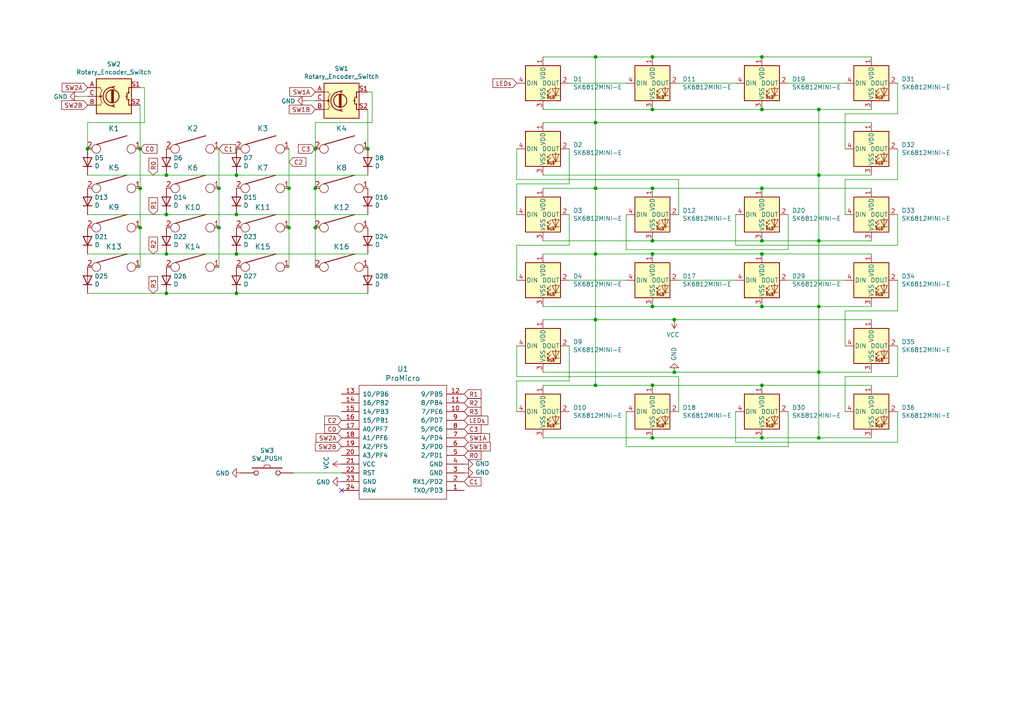
<source format=kicad_sch>
(kicad_sch (version 20230121) (generator eeschema)
  (paper "A4")
  (lib_symbols
    (symbol "Device:D" (pin_numbers hide) (pin_names (offset 1.016) hide)
      (property "Reference" "D" (at 0 2.54 0))
      (property "Value" "D" (at 0 -2.54 0))
      (symbol "D_0_1"
        (polyline (pts (xy -1.27 1.27) (xy -1.27 -1.27)) (stroke (width 0.254)))
        (polyline (pts (xy 1.27 0) (xy -1.27 0)))
        (polyline (pts (xy 1.27 1.27) (xy 1.27 -1.27) (xy -1.27 0) (xy 1.27 1.27)) (stroke (width 0.254)))
      )
      (symbol "D_1_1"
        (pin passive line (at -3.81 0 0) (length 2.54) (name "K") (number "1"))
        (pin passive line (at 3.81 0 180) (length 2.54) (name "A") (number "2"))
      )
    )
    (symbol "Device:Rotary_Encoder_Switch" (pin_names (offset 0.254) hide)
      (property "Reference" "SW" (at 0 6.604 0))
      (property "Value" "Device_Rotary_Encoder_Switch" (at 0 -6.604 0))
      (symbol "Rotary_Encoder_Switch_0_1"
        (rectangle (start -5.08 5.08) (end 5.08 -5.08) (stroke (width 0.254)) (fill (type background)))
        (circle (center -3.81 0) (radius 0.254) (fill (type outline)))
        (circle (center -0.381 0) (radius 1.905) (stroke (width 0.254)))
        (arc (start -0.381 2.667) (mid -3.0988 -0.0635) (end -0.381 -2.794) (stroke (width 0.254)))
        (polyline (pts (xy -0.635 -1.778) (xy -0.635 1.778)) (stroke (width 0.254)))
        (polyline (pts (xy -0.381 -1.778) (xy -0.381 1.778)) (stroke (width 0.254)))
        (polyline (pts (xy -0.127 1.778) (xy -0.127 -1.778)) (stroke (width 0.254)))
        (polyline (pts (xy 3.81 0) (xy 3.429 0)) (stroke (width 0.254)))
        (polyline (pts (xy 3.81 1.016) (xy 3.81 -1.016)) (stroke (width 0.254)))
        (polyline (pts (xy -5.08 -2.54) (xy -3.81 -2.54) (xy -3.81 -2.032)))
        (polyline (pts (xy -5.08 2.54) (xy -3.81 2.54) (xy -3.81 2.032)))
        (polyline (pts (xy 0.254 -3.048) (xy -0.508 -2.794) (xy 0.127 -2.413)) (stroke (width 0.254)))
        (polyline (pts (xy 0.254 2.921) (xy -0.508 2.667) (xy 0.127 2.286)) (stroke (width 0.254)))
        (polyline (pts (xy 5.08 -2.54) (xy 4.318 -2.54) (xy 4.318 -1.016)) (stroke (width 0.254)))
        (polyline (pts (xy 5.08 2.54) (xy 4.318 2.54) (xy 4.318 1.016)) (stroke (width 0.254)))
        (polyline (pts (xy -5.08 0) (xy -3.81 0) (xy -3.81 -1.016) (xy -3.302 -2.032)))
        (polyline (pts (xy -4.318 0) (xy -3.81 0) (xy -3.81 1.016) (xy -3.302 2.032)))
        (circle (center 4.318 -1.016) (radius 0.127) (stroke (width 0.254)))
        (circle (center 4.318 1.016) (radius 0.127) (stroke (width 0.254)))
      )
      (symbol "Rotary_Encoder_Switch_1_1"
        (pin passive line (at -7.62 2.54 0) (length 2.54) (name "A") (number "A"))
        (pin passive line (at -7.62 -2.54 0) (length 2.54) (name "B") (number "B"))
        (pin passive line (at -7.62 0 0) (length 2.54) (name "C") (number "C"))
        (pin passive line (at 7.62 2.54 180) (length 2.54) (name "S1") (number "S1"))
        (pin passive line (at 7.62 -2.54 180) (length 2.54) (name "S2") (number "S2"))
      )
    )
    (symbol "Sweet16-rescue:KEYSW-keyboard_parts" (pin_names (offset 1.016))
      (property "Reference" "K?" (at -1.27 0 0))
      (symbol "KEYSW-keyboard_parts_0_1"
        (circle (center -5.08 0) (radius 1.27))
        (polyline (pts (xy -5.08 1.27) (xy 3.81 3.81)) (stroke (width 0.254)))
        (circle (center 5.08 0) (radius 1.27))
      )
      (symbol "KEYSW-keyboard_parts_1_1"
        (pin passive line (at 7.62 0 180) (length 1.27) (name "~") (number "1"))
        (pin passive line (at -7.62 0 0) (length 1.27) (name "~") (number "2"))
      )
    )
    (symbol "Sweet16-rescue:SW_PUSH-keyboard_parts" (pin_numbers hide) (pin_names (offset 1.016) hide)
      (property "Reference" "SW" (at 3.81 2.794 0))
      (property "Value" "SW_PUSH-keyboard_parts" (at 0 -2.032 0))
      (symbol "SW_PUSH-keyboard_parts_0_1"
        (rectangle (start -4.318 1.27) (end 4.318 1.524))
        (polyline (pts (xy -1.016 1.524) (xy -0.762 2.286) (xy 0.762 2.286) (xy 1.016 1.524)))
        (pin passive inverted (at -7.62 0 0) (length 5.08) (name "1") (number "1"))
        (pin passive inverted (at 7.62 0 180) (length 5.08) (name "2") (number "2"))
      )
    )
    (symbol "keebio:ProMicro" (pin_names (offset 1.016))
      (property "Reference" "U" (at 0 0 0))
      (property "Value" "keebio_ProMicro" (at 0 -19.05 0))
      (symbol "ProMicro_0_1"
        (rectangle (start -12.7 -16.51) (end 12.7 16.51))
      )
      (symbol "ProMicro_1_1"
        (pin input line (at -17.78 13.97 0) (length 5.08) (name "TX0/PD3") (number "1"))
        (pin input line (at -17.78 -8.89 0) (length 5.08) (name "7/PE6") (number "10"))
        (pin input line (at -17.78 -11.43 0) (length 5.08) (name "8/PB4") (number "11"))
        (pin input line (at -17.78 -13.97 0) (length 5.08) (name "9/PB5") (number "12"))
        (pin input line (at 17.78 -13.97 180) (length 5.08) (name "10/PB6") (number "13"))
        (pin input line (at 17.78 -11.43 180) (length 5.08) (name "16/PB2") (number "14"))
        (pin input line (at 17.78 -8.89 180) (length 5.08) (name "14/PB3") (number "15"))
        (pin input line (at 17.78 -6.35 180) (length 5.08) (name "15/PB1") (number "16"))
        (pin input line (at 17.78 -3.81 180) (length 5.08) (name "A0/PF7") (number "17"))
        (pin input line (at 17.78 -1.27 180) (length 5.08) (name "A1/PF6") (number "18"))
        (pin input line (at 17.78 1.27 180) (length 5.08) (name "A2/PF5") (number "19"))
        (pin input line (at -17.78 11.43 0) (length 5.08) (name "RX1/PD2") (number "2"))
        (pin input line (at 17.78 3.81 180) (length 5.08) (name "A3/PF4") (number "20"))
        (pin input line (at 17.78 6.35 180) (length 5.08) (name "VCC") (number "21"))
        (pin input line (at 17.78 8.89 180) (length 5.08) (name "RST") (number "22"))
        (pin input line (at 17.78 11.43 180) (length 5.08) (name "GND") (number "23"))
        (pin input line (at 17.78 13.97 180) (length 5.08) (name "RAW") (number "24"))
        (pin input line (at -17.78 8.89 0) (length 5.08) (name "GND") (number "3"))
        (pin input line (at -17.78 6.35 0) (length 5.08) (name "GND") (number "4"))
        (pin input line (at -17.78 3.81 0) (length 5.08) (name "2/PD1") (number "5"))
        (pin input line (at -17.78 1.27 0) (length 5.08) (name "3/PD0") (number "6"))
        (pin input line (at -17.78 -1.27 0) (length 5.08) (name "4/PD4") (number "7"))
        (pin input line (at -17.78 -3.81 0) (length 5.08) (name "5/PC6") (number "8"))
        (pin input line (at -17.78 -6.35 0) (length 5.08) (name "6/PD7") (number "9"))
      )
    )
    (symbol "kicad-keyboard-parts:SK6812MINI-E" (pin_names (offset 0.254))
      (property "Reference" "D" (at 5.08 5.715 0))
      (property "Value" "kicad-keyboard-parts_SK6812MINI-E" (at 1.27 -5.715 0))
      (symbol "SK6812MINI-E_0_0"
        (text "RGB" (at 2.286 -4.191 0) (effects (font (size 0.762 0.762))))
      )
      (symbol "SK6812MINI-E_0_1"
        (polyline (pts (xy 1.27 -3.556) (xy 1.778 -3.556)))
        (polyline (pts (xy 1.27 -2.54) (xy 1.778 -2.54)))
        (polyline (pts (xy 4.699 -3.556) (xy 2.667 -3.556)))
        (polyline (pts (xy 2.286 -2.54) (xy 1.27 -3.556) (xy 1.27 -3.048)))
        (polyline (pts (xy 2.286 -1.524) (xy 1.27 -2.54) (xy 1.27 -2.032)))
        (polyline (pts (xy 3.683 -1.016) (xy 3.683 -3.556) (xy 3.683 -4.064)))
        (polyline (pts (xy 4.699 -1.524) (xy 2.667 -1.524) (xy 3.683 -3.556) (xy 4.699 -1.524)))
        (rectangle (start 5.08 5.08) (end -5.08 -5.08) (stroke (width 0.254)) (fill (type background)))
      )
      (symbol "SK6812MINI-E_1_1"
        (pin power_in line (at 0 7.62 270) (length 2.54) (name "VDD") (number "1"))
        (pin output line (at 7.62 0 180) (length 2.54) (name "DOUT") (number "2"))
        (pin power_in line (at 0 -7.62 90) (length 2.54) (name "VSS") (number "3"))
        (pin input line (at -7.62 0 0) (length 2.54) (name "DIN") (number "4"))
      )
    )
    (symbol "power:GND" (power) (pin_names (offset 0))
      (property "Value" "GND" (at 0 -3.81 0))
      (symbol "GND_0_1"
        (polyline (pts (xy 0 0) (xy 0 -1.27) (xy 1.27 -1.27) (xy 0 -2.54) (xy -1.27 -1.27) (xy 0 -1.27)))
      )
      (symbol "GND_1_1"
        (pin power_in line (at 0 0 270) (length 0) hide (name "GND") (number "1"))
      )
    )
    (symbol "power:VCC" (power) (pin_names (offset 0))
      (property "Value" "VCC" (at 0 3.81 0))
      (symbol "VCC_0_1"
        (polyline (pts (xy -0.762 1.27) (xy 0 2.54)))
        (polyline (pts (xy 0 0) (xy 0 2.54)))
        (polyline (pts (xy 0 2.54) (xy 0.762 1.27)))
      )
      (symbol "VCC_1_1"
        (pin power_in line (at 0 0 90) (length 0) hide (name "VCC") (number "1"))
      )
    )
  )
  (junction (at 237.49 31.75))
  (junction (at 189.23 54.61))
  (junction (at 63.5 66.04))
  (junction (at 220.98 69.85))
  (junction (at 91.44 54.61))
  (junction (at 68.58 62.23))
  (junction (at 220.98 127))
  (junction (at 172.72 35.56))
  (junction (at 83.82 54.61))
  (junction (at 220.98 54.61))
  (junction (at 195.58 92.71))
  (junction (at 237.49 50.8))
  (junction (at 48.26 73.66))
  (junction (at 189.23 31.75))
  (junction (at 237.49 127))
  (junction (at 172.72 92.71))
  (junction (at 220.98 16.51))
  (junction (at 189.23 127))
  (junction (at 189.23 73.66))
  (junction (at 237.49 88.9))
  (junction (at 48.26 62.23))
  (junction (at 220.98 88.9))
  (junction (at 189.23 69.85))
  (junction (at 25.4 43.18))
  (junction (at 189.23 16.51))
  (junction (at 68.58 50.8))
  (junction (at 40.64 43.18))
  (junction (at 172.72 111.76))
  (junction (at 172.72 54.61))
  (junction (at 63.5 54.61))
  (junction (at 220.98 73.66))
  (junction (at 91.44 43.18))
  (junction (at 237.49 69.85))
  (junction (at 172.72 16.51))
  (junction (at 189.23 111.76))
  (junction (at 91.44 66.04))
  (junction (at 106.68 43.18))
  (junction (at 40.64 66.04))
  (junction (at 220.98 31.75))
  (junction (at 48.26 50.8))
  (junction (at 68.58 73.66))
  (junction (at 220.98 111.76))
  (junction (at 48.26 85.09))
  (junction (at 195.58 107.95))
  (junction (at 83.82 66.04))
  (junction (at 189.23 88.9))
  (junction (at 40.64 54.61))
  (junction (at 68.58 85.09))
  (junction (at 237.49 107.95))
  (junction (at 172.72 73.66))
  (no_connect (at 99.06 142.24))
  (wire (pts (xy 228.6 24.13) (xy 245.11 24.13)))
  (wire (pts (xy 189.23 54.61) (xy 172.72 54.61)))
  (wire (pts (xy 149.86 110.49) (xy 149.86 119.38)))
  (wire (pts (xy 228.6 72.39) (xy 181.61 72.39)))
  (wire (pts (xy 220.98 16.51) (xy 252.73 16.51)))
  (wire (pts (xy 107.95 26.67) (xy 106.68 26.67)))
  (wire (pts (xy 165.1 43.18) (xy 165.1 53.34)))
  (wire (pts (xy 165.1 110.49) (xy 149.86 110.49)))
  (wire (pts (xy 149.86 71.12) (xy 149.86 81.28)))
  (wire (pts (xy 149.86 52.07) (xy 149.86 43.18)))
  (wire (pts (xy 220.98 111.76) (xy 252.73 111.76)))
  (wire (pts (xy 157.48 16.51) (xy 172.72 16.51)))
  (wire (pts (xy 63.5 43.18) (xy 63.5 54.61)))
  (wire (pts (xy 68.58 85.09) (xy 106.68 85.09)))
  (wire (pts (xy 68.58 62.23) (xy 106.68 62.23)))
  (wire (pts (xy 165.1 81.28) (xy 181.61 81.28)))
  (wire (pts (xy 260.35 43.18) (xy 260.35 52.07)))
  (wire (pts (xy 189.23 127) (xy 220.98 127)))
  (wire (pts (xy 106.68 50.8) (xy 68.58 50.8)))
  (wire (pts (xy 260.35 100.33) (xy 260.35 109.22)))
  (wire (pts (xy 157.48 50.8) (xy 237.49 50.8)))
  (wire (pts (xy 88.9 29.21) (xy 91.44 29.21)))
  (wire (pts (xy 181.61 129.54) (xy 181.61 119.38)))
  (wire (pts (xy 196.85 109.22) (xy 149.86 109.22)))
  (wire (pts (xy 165.1 24.13) (xy 181.61 24.13)))
  (wire (pts (xy 220.98 127) (xy 237.49 127)))
  (wire (pts (xy 196.85 52.07) (xy 149.86 52.07)))
  (wire (pts (xy 195.58 107.95) (xy 157.48 107.95)))
  (wire (pts (xy 195.58 92.71) (xy 252.73 92.71)))
  (wire (pts (xy 157.48 111.76) (xy 172.72 111.76)))
  (wire (pts (xy 189.23 111.76) (xy 220.98 111.76)))
  (wire (pts (xy 40.64 43.18) (xy 40.64 54.61)))
  (wire (pts (xy 260.35 33.02) (xy 245.11 33.02)))
  (wire (pts (xy 196.85 81.28) (xy 213.36 81.28)))
  (wire (pts (xy 157.48 73.66) (xy 172.72 73.66)))
  (wire (pts (xy 157.48 92.71) (xy 172.72 92.71)))
  (wire (pts (xy 172.72 54.61) (xy 157.48 54.61)))
  (wire (pts (xy 63.5 54.61) (xy 63.5 66.04)))
  (wire (pts (xy 107.95 35.56) (xy 107.95 26.67)))
  (wire (pts (xy 25.4 73.66) (xy 48.26 73.66)))
  (wire (pts (xy 68.58 73.66) (xy 106.68 73.66)))
  (wire (pts (xy 40.64 54.61) (xy 40.64 66.04)))
  (wire (pts (xy 237.49 107.95) (xy 195.58 107.95)))
  (wire (pts (xy 106.68 43.18) (xy 106.68 31.75)))
  (wire (pts (xy 22.86 27.94) (xy 25.4 27.94)))
  (wire (pts (xy 260.35 24.13) (xy 260.35 33.02)))
  (wire (pts (xy 172.72 35.56) (xy 172.72 54.61)))
  (wire (pts (xy 48.26 73.66) (xy 68.58 73.66)))
  (wire (pts (xy 41.91 35.56) (xy 41.91 25.4)))
  (wire (pts (xy 189.23 88.9) (xy 220.98 88.9)))
  (wire (pts (xy 260.35 52.07) (xy 245.11 52.07)))
  (wire (pts (xy 237.49 31.75) (xy 252.73 31.75)))
  (wire (pts (xy 220.98 69.85) (xy 237.49 69.85)))
  (wire (pts (xy 237.49 50.8) (xy 237.49 69.85)))
  (wire (pts (xy 91.44 43.18) (xy 91.44 54.61)))
  (wire (pts (xy 260.35 90.17) (xy 245.11 90.17)))
  (wire (pts (xy 91.44 35.56) (xy 107.95 35.56)))
  (wire (pts (xy 83.82 43.18) (xy 83.82 54.61)))
  (wire (pts (xy 83.82 66.04) (xy 83.82 77.47)))
  (wire (pts (xy 260.35 62.23) (xy 260.35 71.12)))
  (wire (pts (xy 40.64 43.18) (xy 40.64 30.48)))
  (wire (pts (xy 149.86 53.34) (xy 149.86 62.23)))
  (wire (pts (xy 68.58 50.8) (xy 48.26 50.8)))
  (wire (pts (xy 40.64 66.04) (xy 40.64 77.47)))
  (wire (pts (xy 149.86 109.22) (xy 149.86 100.33)))
  (wire (pts (xy 213.36 128.27) (xy 213.36 119.38)))
  (wire (pts (xy 260.35 119.38) (xy 260.35 128.27)))
  (wire (pts (xy 157.48 127) (xy 189.23 127)))
  (wire (pts (xy 189.23 16.51) (xy 220.98 16.51)))
  (wire (pts (xy 172.72 73.66) (xy 189.23 73.66)))
  (wire (pts (xy 25.4 35.56) (xy 41.91 35.56)))
  (wire (pts (xy 252.73 107.95) (xy 237.49 107.95)))
  (wire (pts (xy 172.72 92.71) (xy 195.58 92.71)))
  (wire (pts (xy 220.98 73.66) (xy 252.73 73.66)))
  (wire (pts (xy 196.85 24.13) (xy 213.36 24.13)))
  (wire (pts (xy 91.44 54.61) (xy 91.44 66.04)))
  (wire (pts (xy 172.72 16.51) (xy 172.72 35.56)))
  (wire (pts (xy 157.48 88.9) (xy 189.23 88.9)))
  (wire (pts (xy 237.49 69.85) (xy 237.49 88.9)))
  (wire (pts (xy 48.26 50.8) (xy 25.4 50.8)))
  (wire (pts (xy 245.11 90.17) (xy 245.11 100.33)))
  (wire (pts (xy 25.4 43.18) (xy 25.4 35.56)))
  (wire (pts (xy 48.26 85.09) (xy 68.58 85.09)))
  (wire (pts (xy 172.72 111.76) (xy 189.23 111.76)))
  (wire (pts (xy 228.6 119.38) (xy 228.6 129.54)))
  (wire (pts (xy 220.98 31.75) (xy 237.49 31.75)))
  (wire (pts (xy 245.11 52.07) (xy 245.11 62.23)))
  (wire (pts (xy 228.6 81.28) (xy 245.11 81.28)))
  (wire (pts (xy 220.98 54.61) (xy 189.23 54.61)))
  (wire (pts (xy 237.49 88.9) (xy 237.49 107.95)))
  (wire (pts (xy 228.6 62.23) (xy 228.6 72.39)))
  (wire (pts (xy 85.09 137.16) (xy 99.06 137.16)))
  (wire (pts (xy 196.85 62.23) (xy 196.85 52.07)))
  (wire (pts (xy 196.85 119.38) (xy 196.85 109.22)))
  (wire (pts (xy 252.73 54.61) (xy 220.98 54.61)))
  (wire (pts (xy 25.4 62.23) (xy 48.26 62.23)))
  (wire (pts (xy 181.61 72.39) (xy 181.61 62.23)))
  (wire (pts (xy 237.49 127) (xy 252.73 127)))
  (wire (pts (xy 189.23 31.75) (xy 220.98 31.75)))
  (wire (pts (xy 260.35 71.12) (xy 213.36 71.12)))
  (wire (pts (xy 157.48 35.56) (xy 172.72 35.56)))
  (wire (pts (xy 172.72 16.51) (xy 189.23 16.51)))
  (wire (pts (xy 63.5 66.04) (xy 63.5 77.47)))
  (wire (pts (xy 260.35 81.28) (xy 260.35 90.17)))
  (wire (pts (xy 172.72 35.56) (xy 252.73 35.56)))
  (wire (pts (xy 245.11 109.22) (xy 245.11 119.38)))
  (wire (pts (xy 165.1 71.12) (xy 149.86 71.12)))
  (wire (pts (xy 41.91 25.4) (xy 40.64 25.4)))
  (wire (pts (xy 220.98 88.9) (xy 237.49 88.9)))
  (wire (pts (xy 237.49 88.9) (xy 252.73 88.9)))
  (wire (pts (xy 157.48 31.75) (xy 189.23 31.75)))
  (wire (pts (xy 83.82 54.61) (xy 83.82 66.04)))
  (wire (pts (xy 91.44 43.18) (xy 91.44 35.56)))
  (wire (pts (xy 165.1 53.34) (xy 149.86 53.34)))
  (wire (pts (xy 260.35 128.27) (xy 213.36 128.27)))
  (wire (pts (xy 165.1 100.33) (xy 165.1 110.49)))
  (wire (pts (xy 48.26 62.23) (xy 68.58 62.23)))
  (wire (pts (xy 245.11 33.02) (xy 245.11 43.18)))
  (wire (pts (xy 237.49 107.95) (xy 237.49 127)))
  (wire (pts (xy 25.4 85.09) (xy 48.26 85.09)))
  (wire (pts (xy 189.23 73.66) (xy 220.98 73.66)))
  (wire (pts (xy 165.1 62.23) (xy 165.1 71.12)))
  (wire (pts (xy 237.49 69.85) (xy 252.73 69.85)))
  (wire (pts (xy 172.72 54.61) (xy 172.72 73.66)))
  (wire (pts (xy 172.72 92.71) (xy 172.72 111.76)))
  (wire (pts (xy 91.44 66.04) (xy 91.44 77.47)))
  (wire (pts (xy 189.23 69.85) (xy 220.98 69.85)))
  (wire (pts (xy 213.36 71.12) (xy 213.36 62.23)))
  (wire (pts (xy 157.48 69.85) (xy 189.23 69.85)))
  (wire (pts (xy 228.6 129.54) (xy 181.61 129.54)))
  (wire (pts (xy 172.72 73.66) (xy 172.72 92.71)))
  (wire (pts (xy 237.49 31.75) (xy 237.49 50.8)))
  (wire (pts (xy 237.49 50.8) (xy 252.73 50.8)))
  (wire (pts (xy 260.35 109.22) (xy 245.11 109.22)))
  (global_label "R2" (shape input) (at 134.62 116.84 0) (property "Intersheetrefs" "${INTERSHEET_REFS}" (effects hide)))
  (global_label "R0" (shape input) (at 44.45 50.8 90) (property "Intersheetrefs" "${INTERSHEET_REFS}" (effects hide)))
  (global_label "C3" (shape input) (at 91.44 43.18 180) (property "Intersheetrefs" "${INTERSHEET_REFS}" (effects hide)))
  (global_label "SW1B" (shape input) (at 134.62 129.54 0) (property "Intersheetrefs" "${INTERSHEET_REFS}" (effects hide)))
  (global_label "C2" (shape input) (at 99.06 121.92 180) (property "Intersheetrefs" "${INTERSHEET_REFS}" (effects hide)))
  (global_label "C0" (shape input) (at 40.64 43.18 0) (property "Intersheetrefs" "${INTERSHEET_REFS}" (effects hide)))
  (global_label "LEDs" (shape input) (at 149.86 24.13 180) (property "Intersheetrefs" "${INTERSHEET_REFS}" (effects hide)))
  (global_label "R3" (shape input) (at 44.45 85.09 90) (property "Intersheetrefs" "${INTERSHEET_REFS}" (effects hide)))
  (global_label "SW1A" (shape input) (at 91.44 26.67 180) (property "Intersheetrefs" "${INTERSHEET_REFS}" (effects hide)))
  (global_label "SW2A" (shape input) (at 25.4 25.4 180) (property "Intersheetrefs" "${INTERSHEET_REFS}" (effects hide)))
  (global_label "SW2B" (shape input) (at 99.06 129.54 180) (property "Intersheetrefs" "${INTERSHEET_REFS}" (effects hide)))
  (global_label "C1" (shape input) (at 63.5 43.18 0) (property "Intersheetrefs" "${INTERSHEET_REFS}" (effects hide)))
  (global_label "SW1A" (shape input) (at 134.62 127 0) (property "Intersheetrefs" "${INTERSHEET_REFS}" (effects hide)))
  (global_label "SW1B" (shape input) (at 91.44 31.75 180) (property "Intersheetrefs" "${INTERSHEET_REFS}" (effects hide)))
  (global_label "SW2A" (shape input) (at 99.06 127 180) (property "Intersheetrefs" "${INTERSHEET_REFS}" (effects hide)))
  (global_label "C0" (shape input) (at 99.06 124.46 180) (property "Intersheetrefs" "${INTERSHEET_REFS}" (effects hide)))
  (global_label "R1" (shape input) (at 134.62 114.3 0) (property "Intersheetrefs" "${INTERSHEET_REFS}" (effects hide)))
  (global_label "C1" (shape input) (at 134.62 139.7 0) (property "Intersheetrefs" "${INTERSHEET_REFS}" (effects hide)))
  (global_label "R2" (shape input) (at 44.45 73.66 90) (property "Intersheetrefs" "${INTERSHEET_REFS}" (effects hide)))
  (global_label "C3" (shape input) (at 134.62 124.46 0) (property "Intersheetrefs" "${INTERSHEET_REFS}" (effects hide)))
  (global_label "SW2B" (shape input) (at 25.4 30.48 180) (property "Intersheetrefs" "${INTERSHEET_REFS}" (effects hide)))
  (global_label "R0" (shape input) (at 134.62 132.08 0) (property "Intersheetrefs" "${INTERSHEET_REFS}" (effects hide)))
  (global_label "R1" (shape input) (at 44.45 62.23 90) (property "Intersheetrefs" "${INTERSHEET_REFS}" (effects hide)))
  (global_label "LEDs" (shape input) (at 134.62 121.92 0) (property "Intersheetrefs" "${INTERSHEET_REFS}" (effects hide)))
  (global_label "R3" (shape input) (at 134.62 119.38 0) (property "Intersheetrefs" "${INTERSHEET_REFS}" (effects hide)))
  (global_label "C2" (shape input) (at 83.82 46.99 0) (property "Intersheetrefs" "${INTERSHEET_REFS}" (effects hide)))
  (symbol (lib_id "Sweet16-rescue:KEYSW-keyboard_parts") (at 33.02 43.18 0) (unit 1)
    (property "Reference" "K1" (at 33.02 37.2618 0) (effects (font (size 1.524 1.524))))
    (property "Value" "KEYSW" (effects hide))
    (property "Footprint" "MX_Only:MXOnly-1U-NoLED" (effects hide))
  )
  (symbol (lib_id "Device:Rotary_Encoder_Switch") (at 99.06 29.21 0) (unit 1)
    (property "Reference" "SW1" (at 99.06 19.8882 0))
    (property "Value" "Rotary_Encoder_Switch" (at 99.06 22.1996 0))
    (property "Footprint" "Keebio-Parts 02:RotaryEncoder_EC11" (effects hide))
  )
  (symbol (lib_id "Sweet16-rescue:KEYSW-keyboard_parts") (at 55.88 43.18 0) (unit 1)
    (property "Reference" "K2" (at 55.88 37.2618 0) (effects (font (size 1.524 1.524))))
    (property "Value" "KEYSW" (effects hide))
    (property "Footprint" "MX_Only:MXOnly-1U-NoLED" (effects hide))
  )
  (symbol (lib_id "Sweet16-rescue:KEYSW-keyboard_parts") (at 76.2 43.18 0) (unit 1)
    (property "Reference" "K3" (at 76.2 37.2618 0) (effects (font (size 1.524 1.524))))
    (property "Value" "KEYSW" (effects hide))
    (property "Footprint" "MX_Only:MXOnly-1U-NoLED" (effects hide))
  )
  (symbol (lib_id "Sweet16-rescue:KEYSW-keyboard_parts") (at 99.06 43.18 0) (unit 1)
    (property "Reference" "K4" (at 99.06 37.2618 0) (effects (font (size 1.524 1.524))))
    (property "Value" "KEYSW" (effects hide))
    (property "Footprint" "MX_Only:MXOnly-1U-NoLED" (effects hide))
  )
  (symbol (lib_id "Device:Rotary_Encoder_Switch") (at 33.02 27.94 0) (unit 1)
    (property "Reference" "SW2" (at 33.02 18.6182 0))
    (property "Value" "Rotary_Encoder_Switch" (at 33.02 20.9296 0))
    (property "Footprint" "Keebio-Parts 02:RotaryEncoder_EC11" (effects hide))
  )
  (symbol (lib_id "Sweet16-rescue:KEYSW-keyboard_parts") (at 33.02 54.61 0) (unit 1)
    (property "Reference" "K5" (at 33.02 48.6918 0) (effects (font (size 1.524 1.524))))
    (property "Value" "KEYSW" (effects hide))
    (property "Footprint" "MX_Only:MXOnly-1U-NoLED" (effects hide))
  )
  (symbol (lib_id "Sweet16-rescue:KEYSW-keyboard_parts") (at 55.88 54.61 0) (unit 1)
    (property "Reference" "K6" (at 55.88 48.6918 0) (effects (font (size 1.524 1.524))))
    (property "Value" "KEYSW" (effects hide))
    (property "Footprint" "MX_Only:MXOnly-1U-NoLED" (effects hide))
  )
  (symbol (lib_id "Sweet16-rescue:KEYSW-keyboard_parts") (at 76.2 54.61 0) (unit 1)
    (property "Reference" "K7" (at 76.2 48.6918 0) (effects (font (size 1.524 1.524))))
    (property "Value" "KEYSW" (effects hide))
    (property "Footprint" "MX_Only:MXOnly-1U-NoLED" (effects hide))
  )
  (symbol (lib_id "Sweet16-rescue:KEYSW-keyboard_parts") (at 99.06 54.61 0) (unit 1)
    (property "Reference" "K8" (at 99.06 48.6918 0) (effects (font (size 1.524 1.524))))
    (property "Value" "KEYSW" (effects hide))
    (property "Footprint" "MX_Only:MXOnly-1U-NoLED" (effects hide))
  )
  (symbol (lib_id "Sweet16-rescue:KEYSW-keyboard_parts") (at 33.02 66.04 0) (unit 1)
    (property "Reference" "K9" (at 33.02 60.1218 0) (effects (font (size 1.524 1.524))))
    (property "Value" "KEYSW" (effects hide))
    (property "Footprint" "MX_Only:MXOnly-1U-NoLED" (effects hide))
  )
  (symbol (lib_id "Sweet16-rescue:KEYSW-keyboard_parts") (at 55.88 66.04 0) (unit 1)
    (property "Reference" "K10" (at 55.88 60.1218 0) (effects (font (size 1.524 1.524))))
    (property "Value" "KEYSW" (effects hide))
    (property "Footprint" "MX_Only:MXOnly-1U-NoLED" (effects hide))
  )
  (symbol (lib_id "Sweet16-rescue:KEYSW-keyboard_parts") (at 76.2 66.04 0) (unit 1)
    (property "Reference" "K11" (at 76.2 60.1218 0) (effects (font (size 1.524 1.524))))
    (property "Value" "KEYSW" (effects hide))
    (property "Footprint" "MX_Only:MXOnly-1U-NoLED" (effects hide))
  )
  (symbol (lib_id "Sweet16-rescue:KEYSW-keyboard_parts") (at 99.06 66.04 0) (unit 1)
    (property "Reference" "K12" (at 99.06 60.1218 0) (effects (font (size 1.524 1.524))))
    (property "Value" "KEYSW" (effects hide))
    (property "Footprint" "MX_Only:MXOnly-1U-NoLED" (effects hide))
  )
  (symbol (lib_id "Sweet16-rescue:KEYSW-keyboard_parts") (at 33.02 77.47 0) (unit 1)
    (property "Reference" "K13" (at 33.02 71.5518 0) (effects (font (size 1.524 1.524))))
    (property "Value" "KEYSW" (effects hide))
    (property "Footprint" "MX_Only:MXOnly-1U-NoLED" (effects hide))
  )
  (symbol (lib_id "Sweet16-rescue:KEYSW-keyboard_parts") (at 55.88 77.47 0) (unit 1)
    (property "Reference" "K14" (at 55.88 71.5518 0) (effects (font (size 1.524 1.524))))
    (property "Value" "KEYSW" (effects hide))
    (property "Footprint" "MX_Only:MXOnly-1U-NoLED" (effects hide))
  )
  (symbol (lib_id "Sweet16-rescue:KEYSW-keyboard_parts") (at 76.2 77.47 0) (unit 1)
    (property "Reference" "K15" (at 76.2 71.5518 0) (effects (font (size 1.524 1.524))))
    (property "Value" "KEYSW" (effects hide))
    (property "Footprint" "MX_Only:MXOnly-1U-NoLED" (effects hide))
  )
  (symbol (lib_id "Sweet16-rescue:KEYSW-keyboard_parts") (at 99.06 77.47 0) (unit 1)
    (property "Reference" "K16" (at 99.06 71.5518 0) (effects (font (size 1.524 1.524))))
    (property "Value" "KEYSW" (effects hide))
    (property "Footprint" "MX_Only:MXOnly-1U-NoLED" (effects hide))
  )
  (symbol (lib_id "Device:D") (at 25.4 46.99 90) (unit 1)
    (property "Reference" "D5" (at 27.432 45.8216 90) (effects (justify right)))
    (property "Value" "D" (at 27.432 48.133 90) (effects (justify right)))
    (property "Footprint" "keyboard_parts:D_SOD123_axial" (effects hide))
  )
  (symbol (lib_id "Device:D") (at 48.26 46.99 90) (unit 1)
    (property "Reference" "D6" (at 50.292 45.8216 90) (effects (justify right)))
    (property "Value" "D" (at 50.292 48.133 90) (effects (justify right)))
    (property "Footprint" "keyboard_parts:D_SOD123_axial" (effects hide))
  )
  (symbol (lib_id "Device:D") (at 68.58 46.99 90) (unit 1)
    (property "Reference" "D7" (at 70.612 45.8216 90) (effects (justify right)))
    (property "Value" "D" (at 70.612 48.133 90) (effects (justify right)))
    (property "Footprint" "keyboard_parts:D_SOD123_axial" (effects hide))
  )
  (symbol (lib_id "Device:D") (at 106.68 46.99 90) (unit 1)
    (property "Reference" "D8" (at 108.712 45.8216 90) (effects (justify right)))
    (property "Value" "D" (at 108.712 48.133 90) (effects (justify right)))
    (property "Footprint" "keyboard_parts:D_SOD123_axial" (effects hide))
  )
  (symbol (lib_id "Device:D") (at 106.68 58.42 90) (unit 1)
    (property "Reference" "D16" (at 108.712 57.2516 90) (effects (justify right)))
    (property "Value" "D" (at 108.712 59.563 90) (effects (justify right)))
    (property "Footprint" "keyboard_parts:D_SOD123_axial" (effects hide))
  )
  (symbol (lib_id "Device:D") (at 106.68 69.85 90) (unit 1)
    (property "Reference" "D24" (at 108.712 68.6816 90) (effects (justify right)))
    (property "Value" "D" (at 108.712 70.993 90) (effects (justify right)))
    (property "Footprint" "keyboard_parts:D_SOD123_axial" (effects hide))
  )
  (symbol (lib_id "Device:D") (at 106.68 81.28 90) (unit 1)
    (property "Reference" "D28" (at 108.712 80.1116 90) (effects (justify right)))
    (property "Value" "D" (at 108.712 82.423 90) (effects (justify right)))
    (property "Footprint" "keyboard_parts:D_SOD123_axial" (effects hide))
  )
  (symbol (lib_id "Device:D") (at 68.58 81.28 90) (unit 1)
    (property "Reference" "D27" (at 70.612 80.1116 90) (effects (justify right)))
    (property "Value" "D" (at 70.612 82.423 90) (effects (justify right)))
    (property "Footprint" "keyboard_parts:D_SOD123_axial" (effects hide))
  )
  (symbol (lib_id "Device:D") (at 48.26 81.28 90) (unit 1)
    (property "Reference" "D26" (at 50.292 80.1116 90) (effects (justify right)))
    (property "Value" "D" (at 50.292 82.423 90) (effects (justify right)))
    (property "Footprint" "keyboard_parts:D_SOD123_axial" (effects hide))
  )
  (symbol (lib_id "Device:D") (at 25.4 81.28 90) (unit 1)
    (property "Reference" "D25" (at 27.432 80.1116 90) (effects (justify right)))
    (property "Value" "D" (at 27.432 82.423 90) (effects (justify right)))
    (property "Footprint" "keyboard_parts:D_SOD123_axial" (effects hide))
  )
  (symbol (lib_id "Device:D") (at 25.4 69.85 90) (unit 1)
    (property "Reference" "D21" (at 27.432 68.6816 90) (effects (justify right)))
    (property "Value" "D" (at 27.432 70.993 90) (effects (justify right)))
    (property "Footprint" "keyboard_parts:D_SOD123_axial" (effects hide))
  )
  (symbol (lib_id "Device:D") (at 25.4 58.42 90) (unit 1)
    (property "Reference" "D13" (at 27.432 57.2516 90) (effects (justify right)))
    (property "Value" "D" (at 27.432 59.563 90) (effects (justify right)))
    (property "Footprint" "keyboard_parts:D_SOD123_axial" (effects hide))
  )
  (symbol (lib_id "Device:D") (at 48.26 58.42 90) (unit 1)
    (property "Reference" "D14" (at 50.292 57.2516 90) (effects (justify right)))
    (property "Value" "D" (at 50.292 59.563 90) (effects (justify right)))
    (property "Footprint" "keyboard_parts:D_SOD123_axial" (effects hide))
  )
  (symbol (lib_id "Device:D") (at 48.26 69.85 90) (unit 1)
    (property "Reference" "D22" (at 50.292 68.6816 90) (effects (justify right)))
    (property "Value" "D" (at 50.292 70.993 90) (effects (justify right)))
    (property "Footprint" "keyboard_parts:D_SOD123_axial" (effects hide))
  )
  (symbol (lib_id "Device:D") (at 68.58 69.85 90) (unit 1)
    (property "Reference" "D23" (at 70.612 68.6816 90) (effects (justify right)))
    (property "Value" "D" (at 70.612 70.993 90) (effects (justify right)))
    (property "Footprint" "keyboard_parts:D_SOD123_axial" (effects hide))
  )
  (symbol (lib_id "Device:D") (at 68.58 58.42 90) (unit 1)
    (property "Reference" "D15" (at 70.612 57.2516 90) (effects (justify right)))
    (property "Value" "D" (at 70.612 59.563 90) (effects (justify right)))
    (property "Footprint" "keyboard_parts:D_SOD123_axial" (effects hide))
  )
  (symbol (lib_id "Sweet16-rescue:SW_PUSH-keyboard_parts") (at 77.47 137.16 0) (unit 1)
    (property "Reference" "SW3" (at 77.47 130.683 0))
    (property "Value" "SW_PUSH" (at 77.47 132.9944 0))
    (property "Footprint" "Keebio-Parts 02:SW_SPST_TL3342" (effects hide))
  )
  (symbol (lib_id "power:GND") (at 69.85 137.16 270) (unit 1)
    (property "Reference" "#PWR0117" (effects hide))
    (property "Value" "GND" (at 66.5988 137.287 90) (effects (justify right)))
  )
  (symbol (lib_id "power:GND") (at 22.86 27.94 270) (unit 1)
    (property "Reference" "#PWR0119" (effects hide))
    (property "Value" "GND" (at 19.6088 28.067 90) (effects (justify right)))
  )
  (symbol (lib_id "power:GND") (at 88.9 29.21 270) (unit 1)
    (property "Reference" "#PWR0120" (effects hide))
    (property "Value" "GND" (at 85.6488 29.337 90) (effects (justify right)))
  )
  (symbol (lib_id "keebio:ProMicro") (at 116.84 128.27 180) (unit 1)
    (property "Reference" "U1" (at 116.84 107.0102 0) (effects (font (size 1.524 1.524))))
    (property "Value" "ProMicro" (at 116.84 109.7026 0) (effects (font (size 1.524 1.524))))
    (property "Footprint" "Keebio-Parts:ArduinoProMicro" (effects hide))
  )
  (symbol (lib_id "power:GND") (at 99.06 139.7 270) (unit 1)
    (property "Reference" "#PWR0101" (effects hide))
    (property "Value" "GND" (at 95.8088 139.827 90) (effects (justify right)))
  )
  (symbol (lib_id "power:GND") (at 134.62 137.16 90) (unit 1)
    (property "Reference" "#PWR0102" (effects hide))
    (property "Value" "GND" (at 137.8712 137.033 90) (effects (justify right)))
  )
  (symbol (lib_id "power:GND") (at 134.62 134.62 90) (unit 1)
    (property "Reference" "#PWR0103" (effects hide))
    (property "Value" "GND" (at 137.8712 134.493 90) (effects (justify right)))
  )
  (symbol (lib_id "power:VCC") (at 99.06 134.62 90) (unit 1)
    (property "Reference" "#PWR0104" (effects hide))
    (property "Value" "VCC" (at 94.6658 134.239 0))
  )
  (symbol (lib_id "kicad-keyboard-parts:SK6812MINI-E") (at 157.48 24.13 0) (unit 1)
    (property "Reference" "D1" (at 166.2176 22.9616 0) (effects (justify left)))
    (property "Value" "SK6812MINI-E" (at 166.2176 25.273 0) (effects (justify left)))
    (property "Footprint" "kicad-keyboard-parts:MX_SK6812MINI-E_upward_facing" (effects hide))
    (property "Datasheet" "https://cdn-shop.adafruit.com/product-files/2686/SK6812MINI_REV.01-1-2.pdf" (effects hide))
  )
  (symbol (lib_id "kicad-keyboard-parts:SK6812MINI-E") (at 189.23 24.13 0) (unit 1)
    (property "Reference" "D11" (at 197.9676 22.9616 0) (effects (justify left)))
    (property "Value" "SK6812MINI-E" (at 197.9676 25.273 0) (effects (justify left)))
    (property "Footprint" "kicad-keyboard-parts:MX_SK6812MINI-E_upward_facing" (effects hide))
    (property "Datasheet" "https://cdn-shop.adafruit.com/product-files/2686/SK6812MINI_REV.01-1-2.pdf" (effects hide))
  )
  (symbol (lib_id "kicad-keyboard-parts:SK6812MINI-E") (at 220.98 24.13 0) (unit 1)
    (property "Reference" "D19" (at 229.7176 22.9616 0) (effects (justify left)))
    (property "Value" "SK6812MINI-E" (at 229.7176 25.273 0) (effects (justify left)))
    (property "Footprint" "kicad-keyboard-parts:MX_SK6812MINI-E_upward_facing" (effects hide))
    (property "Datasheet" "https://cdn-shop.adafruit.com/product-files/2686/SK6812MINI_REV.01-1-2.pdf" (effects hide))
  )
  (symbol (lib_id "kicad-keyboard-parts:SK6812MINI-E") (at 252.73 24.13 0) (unit 1)
    (property "Reference" "D31" (at 261.4676 22.9616 0) (effects (justify left)))
    (property "Value" "SK6812MINI-E" (at 261.4676 25.273 0) (effects (justify left)))
    (property "Footprint" "kicad-keyboard-parts:MX_SK6812MINI-E_upward_facing" (effects hide))
    (property "Datasheet" "https://cdn-shop.adafruit.com/product-files/2686/SK6812MINI_REV.01-1-2.pdf" (effects hide))
  )
  (symbol (lib_id "kicad-keyboard-parts:SK6812MINI-E") (at 157.48 43.18 0) (unit 1)
    (property "Reference" "D2" (at 166.2176 42.0116 0) (effects (justify left)))
    (property "Value" "SK6812MINI-E" (at 166.2176 44.323 0) (effects (justify left)))
    (property "Footprint" "kicad-keyboard-parts:MX_SK6812MINI-E_flipped" (effects hide))
    (property "Datasheet" "https://cdn-shop.adafruit.com/product-files/2686/SK6812MINI_REV.01-1-2.pdf" (effects hide))
  )
  (symbol (lib_id "kicad-keyboard-parts:SK6812MINI-E") (at 252.73 43.18 0) (unit 1)
    (property "Reference" "D32" (at 261.4676 42.0116 0) (effects (justify left)))
    (property "Value" "SK6812MINI-E" (at 261.4676 44.323 0) (effects (justify left)))
    (property "Footprint" "kicad-keyboard-parts:MX_SK6812MINI-E_flipped" (effects hide))
    (property "Datasheet" "https://cdn-shop.adafruit.com/product-files/2686/SK6812MINI_REV.01-1-2.pdf" (effects hide))
  )
  (symbol (lib_id "kicad-keyboard-parts:SK6812MINI-E") (at 157.48 62.23 0) (unit 1)
    (property "Reference" "D3" (at 166.2176 61.0616 0) (effects (justify left)))
    (property "Value" "SK6812MINI-E" (at 166.2176 63.373 0) (effects (justify left)))
    (property "Footprint" "kicad-keyboard-parts:MX_SK6812MINI-E_upward_facing" (effects hide))
    (property "Datasheet" "https://cdn-shop.adafruit.com/product-files/2686/SK6812MINI_REV.01-1-2.pdf" (effects hide))
  )
  (symbol (lib_id "kicad-keyboard-parts:SK6812MINI-E") (at 189.23 62.23 0) (unit 1)
    (property "Reference" "D12" (at 197.9676 61.0616 0) (effects (justify left)))
    (property "Value" "SK6812MINI-E" (at 197.9676 63.373 0) (effects (justify left)))
    (property "Footprint" "kicad-keyboard-parts:MX_SK6812MINI-E_upward_facing" (effects hide))
    (property "Datasheet" "https://cdn-shop.adafruit.com/product-files/2686/SK6812MINI_REV.01-1-2.pdf" (effects hide))
  )
  (symbol (lib_id "kicad-keyboard-parts:SK6812MINI-E") (at 220.98 62.23 0) (unit 1)
    (property "Reference" "D20" (at 229.7176 61.0616 0) (effects (justify left)))
    (property "Value" "SK6812MINI-E" (at 229.7176 63.373 0) (effects (justify left)))
    (property "Footprint" "kicad-keyboard-parts:MX_SK6812MINI-E_upward_facing" (effects hide))
    (property "Datasheet" "https://cdn-shop.adafruit.com/product-files/2686/SK6812MINI_REV.01-1-2.pdf" (effects hide))
  )
  (symbol (lib_id "kicad-keyboard-parts:SK6812MINI-E") (at 252.73 62.23 0) (unit 1)
    (property "Reference" "D33" (at 261.4676 61.0616 0) (effects (justify left)))
    (property "Value" "SK6812MINI-E" (at 261.4676 63.373 0) (effects (justify left)))
    (property "Footprint" "kicad-keyboard-parts:MX_SK6812MINI-E_upward_facing" (effects hide))
    (property "Datasheet" "https://cdn-shop.adafruit.com/product-files/2686/SK6812MINI_REV.01-1-2.pdf" (effects hide))
  )
  (symbol (lib_id "kicad-keyboard-parts:SK6812MINI-E") (at 157.48 81.28 0) (unit 1)
    (property "Reference" "D4" (at 166.2176 80.1116 0) (effects (justify left)))
    (property "Value" "SK6812MINI-E" (at 166.2176 82.423 0) (effects (justify left)))
    (property "Footprint" "kicad-keyboard-parts:MX_SK6812MINI-E_upward_facing" (effects hide))
    (property "Datasheet" "https://cdn-shop.adafruit.com/product-files/2686/SK6812MINI_REV.01-1-2.pdf" (effects hide))
  )
  (symbol (lib_id "kicad-keyboard-parts:SK6812MINI-E") (at 189.23 81.28 0) (unit 1)
    (property "Reference" "D17" (at 197.9676 80.1116 0) (effects (justify left)))
    (property "Value" "SK6812MINI-E" (at 197.9676 82.423 0) (effects (justify left)))
    (property "Footprint" "kicad-keyboard-parts:MX_SK6812MINI-E_upward_facing" (effects hide))
    (property "Datasheet" "https://cdn-shop.adafruit.com/product-files/2686/SK6812MINI_REV.01-1-2.pdf" (effects hide))
  )
  (symbol (lib_id "kicad-keyboard-parts:SK6812MINI-E") (at 220.98 81.28 0) (unit 1)
    (property "Reference" "D29" (at 229.7176 80.1116 0) (effects (justify left)))
    (property "Value" "SK6812MINI-E" (at 229.7176 82.423 0) (effects (justify left)))
    (property "Footprint" "kicad-keyboard-parts:MX_SK6812MINI-E_upward_facing" (effects hide))
    (property "Datasheet" "https://cdn-shop.adafruit.com/product-files/2686/SK6812MINI_REV.01-1-2.pdf" (effects hide))
  )
  (symbol (lib_id "kicad-keyboard-parts:SK6812MINI-E") (at 252.73 81.28 0) (unit 1)
    (property "Reference" "D34" (at 261.4676 80.1116 0) (effects (justify left)))
    (property "Value" "SK6812MINI-E" (at 261.4676 82.423 0) (effects (justify left)))
    (property "Footprint" "kicad-keyboard-parts:MX_SK6812MINI-E_upward_facing" (effects hide))
    (property "Datasheet" "https://cdn-shop.adafruit.com/product-files/2686/SK6812MINI_REV.01-1-2.pdf" (effects hide))
  )
  (symbol (lib_id "kicad-keyboard-parts:SK6812MINI-E") (at 157.48 100.33 0) (unit 1)
    (property "Reference" "D9" (at 166.2176 99.1616 0) (effects (justify left)))
    (property "Value" "SK6812MINI-E" (at 166.2176 101.473 0) (effects (justify left)))
    (property "Footprint" "kicad-keyboard-parts:MX_SK6812MINI-E_flipped" (effects hide))
    (property "Datasheet" "https://cdn-shop.adafruit.com/product-files/2686/SK6812MINI_REV.01-1-2.pdf" (effects hide))
  )
  (symbol (lib_id "kicad-keyboard-parts:SK6812MINI-E") (at 252.73 100.33 0) (unit 1)
    (property "Reference" "D35" (at 261.4676 99.1616 0) (effects (justify left)))
    (property "Value" "SK6812MINI-E" (at 261.4676 101.473 0) (effects (justify left)))
    (property "Footprint" "kicad-keyboard-parts:MX_SK6812MINI-E_flipped" (effects hide))
    (property "Datasheet" "https://cdn-shop.adafruit.com/product-files/2686/SK6812MINI_REV.01-1-2.pdf" (effects hide))
  )
  (symbol (lib_id "kicad-keyboard-parts:SK6812MINI-E") (at 157.48 119.38 0) (unit 1)
    (property "Reference" "D10" (at 166.2176 118.2116 0) (effects (justify left)))
    (property "Value" "SK6812MINI-E" (at 166.2176 120.523 0) (effects (justify left)))
    (property "Footprint" "kicad-keyboard-parts:MX_SK6812MINI-E_upward_facing" (effects hide))
    (property "Datasheet" "https://cdn-shop.adafruit.com/product-files/2686/SK6812MINI_REV.01-1-2.pdf" (effects hide))
  )
  (symbol (lib_id "kicad-keyboard-parts:SK6812MINI-E") (at 189.23 119.38 0) (unit 1)
    (property "Reference" "D18" (at 197.9676 118.2116 0) (effects (justify left)))
    (property "Value" "SK6812MINI-E" (at 197.9676 120.523 0) (effects (justify left)))
    (property "Footprint" "kicad-keyboard-parts:MX_SK6812MINI-E_upward_facing" (effects hide))
    (property "Datasheet" "https://cdn-shop.adafruit.com/product-files/2686/SK6812MINI_REV.01-1-2.pdf" (effects hide))
  )
  (symbol (lib_id "kicad-keyboard-parts:SK6812MINI-E") (at 220.98 119.38 0) (unit 1)
    (property "Reference" "D30" (at 229.7176 118.2116 0) (effects (justify left)))
    (property "Value" "SK6812MINI-E" (at 229.7176 120.523 0) (effects (justify left)))
    (property "Footprint" "kicad-keyboard-parts:MX_SK6812MINI-E_upward_facing" (effects hide))
    (property "Datasheet" "https://cdn-shop.adafruit.com/product-files/2686/SK6812MINI_REV.01-1-2.pdf" (effects hide))
  )
  (symbol (lib_id "kicad-keyboard-parts:SK6812MINI-E") (at 252.73 119.38 0) (unit 1)
    (property "Reference" "D36" (at 261.4676 118.2116 0) (effects (justify left)))
    (property "Value" "SK6812MINI-E" (at 261.4676 120.523 0) (effects (justify left)))
    (property "Footprint" "kicad-keyboard-parts:MX_SK6812MINI-E_upward_facing" (effects hide))
    (property "Datasheet" "https://cdn-shop.adafruit.com/product-files/2686/SK6812MINI_REV.01-1-2.pdf" (effects hide))
  )
  (symbol (lib_id "power:VCC") (at 195.58 92.71 180) (unit 1)
    (property "Reference" "#PWR0105" (effects hide))
    (property "Value" "VCC" (at 195.199 97.1042 0))
  )
  (symbol (lib_id "power:GND") (at 195.58 107.95 180) (unit 1)
    (property "Reference" "#PWR0106" (effects hide))
    (property "Value" "GND" (at 195.453 104.6988 90) (effects (justify right)))
  )
)
</source>
